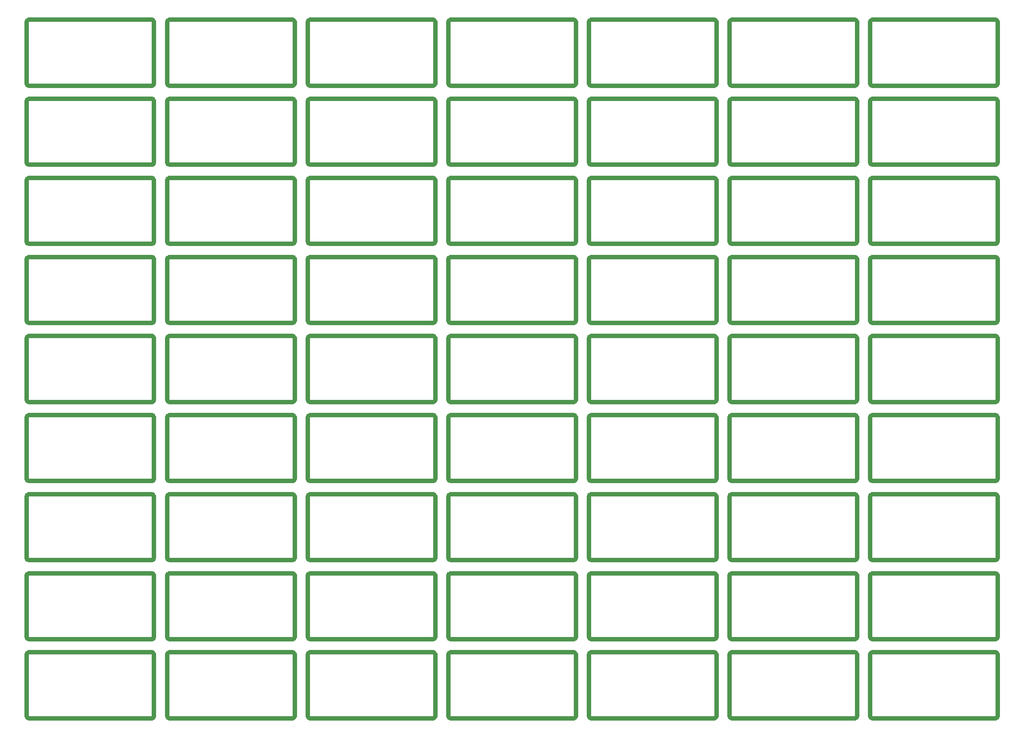
<source format=gm1>
G04 Layer_Color=16711935*
%FSLAX44Y44*%
%MOMM*%
G71*
G01*
G75*
%ADD19C,1.0000*%
D19*
X118190Y252730D02*
G03*
X123190Y247730I5000J0D01*
G01*
X118190Y252730D02*
G03*
X123190Y247730I5000J0D01*
G01*
Y398700D02*
G03*
X118190Y393700I0J-5000D01*
G01*
X123190Y398700D02*
G03*
X118190Y393700I0J-5000D01*
G01*
X404970Y247730D02*
G03*
X409970Y252730I0J5000D01*
G01*
X404970Y247730D02*
G03*
X409970Y252730I0J5000D01*
G01*
Y393700D02*
G03*
X404970Y398700I-5000J0D01*
G01*
X409970Y393700D02*
G03*
X404970Y398700I-5000J0D01*
G01*
X118190Y252730D02*
Y393700D01*
X123190Y247730D02*
X404970Y247730D01*
X123190Y398700D02*
X404970Y398700D01*
X409970Y252730D02*
Y393700D01*
X439970Y252730D02*
G03*
X444970Y247730I5000J0D01*
G01*
X439970Y252730D02*
G03*
X444970Y247730I5000J0D01*
G01*
Y398700D02*
G03*
X439970Y393700I0J-5000D01*
G01*
X444970Y398700D02*
G03*
X439970Y393700I0J-5000D01*
G01*
X726750Y247730D02*
G03*
X731750Y252730I0J5000D01*
G01*
X726750Y247730D02*
G03*
X731750Y252730I0J5000D01*
G01*
Y393700D02*
G03*
X726750Y398700I-5000J0D01*
G01*
X731750Y393700D02*
G03*
X726750Y398700I-5000J0D01*
G01*
X439970Y252730D02*
Y393700D01*
X444970Y247730D02*
X726750Y247730D01*
X444970Y398700D02*
X726750Y398700D01*
X731750Y252730D02*
Y393700D01*
X761750Y252730D02*
G03*
X766750Y247730I5000J0D01*
G01*
X761750Y252730D02*
G03*
X766750Y247730I5000J0D01*
G01*
Y398700D02*
G03*
X761750Y393700I0J-5000D01*
G01*
X766750Y398700D02*
G03*
X761750Y393700I0J-5000D01*
G01*
X1048530Y247730D02*
G03*
X1053530Y252730I0J5000D01*
G01*
X1048530Y247730D02*
G03*
X1053530Y252730I0J5000D01*
G01*
Y393700D02*
G03*
X1048530Y398700I-5000J0D01*
G01*
X1053530Y393700D02*
G03*
X1048530Y398700I-5000J0D01*
G01*
X761750Y252730D02*
Y393700D01*
X766750Y247730D02*
X1048530Y247730D01*
X766750Y398700D02*
X1048530Y398700D01*
X1053530Y252730D02*
Y393700D01*
X1083530Y252730D02*
G03*
X1088530Y247730I5000J0D01*
G01*
X1083530Y252730D02*
G03*
X1088530Y247730I5000J0D01*
G01*
Y398700D02*
G03*
X1083530Y393700I0J-5000D01*
G01*
X1088530Y398700D02*
G03*
X1083530Y393700I0J-5000D01*
G01*
X1370310Y247730D02*
G03*
X1375310Y252730I0J5000D01*
G01*
X1370310Y247730D02*
G03*
X1375310Y252730I0J5000D01*
G01*
Y393700D02*
G03*
X1370310Y398700I-5000J0D01*
G01*
X1375310Y393700D02*
G03*
X1370310Y398700I-5000J0D01*
G01*
X1083530Y252730D02*
Y393700D01*
X1088530Y247730D02*
X1370310Y247730D01*
X1088530Y398700D02*
X1370310Y398700D01*
X1375310Y252730D02*
Y393700D01*
X1405310Y252730D02*
G03*
X1410310Y247730I5000J0D01*
G01*
X1405310Y252730D02*
G03*
X1410310Y247730I5000J0D01*
G01*
Y398700D02*
G03*
X1405310Y393700I0J-5000D01*
G01*
X1410310Y398700D02*
G03*
X1405310Y393700I0J-5000D01*
G01*
X1692090Y247730D02*
G03*
X1697090Y252730I0J5000D01*
G01*
X1692090Y247730D02*
G03*
X1697090Y252730I0J5000D01*
G01*
Y393700D02*
G03*
X1692090Y398700I-5000J0D01*
G01*
X1697090Y393700D02*
G03*
X1692090Y398700I-5000J0D01*
G01*
X1405310Y252730D02*
Y393700D01*
X1410310Y247730D02*
X1692090Y247730D01*
X1410310Y398700D02*
X1692090Y398700D01*
X1697090Y252730D02*
Y393700D01*
X1727090Y252730D02*
G03*
X1732090Y247730I5000J0D01*
G01*
X1727090Y252730D02*
G03*
X1732090Y247730I5000J0D01*
G01*
Y398700D02*
G03*
X1727090Y393700I0J-5000D01*
G01*
X1732090Y398700D02*
G03*
X1727090Y393700I0J-5000D01*
G01*
X2013870Y247730D02*
G03*
X2018870Y252730I0J5000D01*
G01*
X2013870Y247730D02*
G03*
X2018870Y252730I0J5000D01*
G01*
Y393700D02*
G03*
X2013870Y398700I-5000J0D01*
G01*
X2018870Y393700D02*
G03*
X2013870Y398700I-5000J0D01*
G01*
X1727090Y252730D02*
Y393700D01*
X1732090Y247730D02*
X2013870Y247730D01*
X1732090Y398700D02*
X2013870Y398700D01*
X2018870Y252730D02*
Y393700D01*
X2048870Y252730D02*
G03*
X2053870Y247730I5000J0D01*
G01*
X2048870Y252730D02*
G03*
X2053870Y247730I5000J0D01*
G01*
Y398700D02*
G03*
X2048870Y393700I0J-5000D01*
G01*
X2053870Y398700D02*
G03*
X2048870Y393700I0J-5000D01*
G01*
X2335650Y247730D02*
G03*
X2340650Y252730I0J5000D01*
G01*
X2335650Y247730D02*
G03*
X2340650Y252730I0J5000D01*
G01*
Y393700D02*
G03*
X2335650Y398700I-5000J0D01*
G01*
X2340650Y393700D02*
G03*
X2335650Y398700I-5000J0D01*
G01*
X2048870Y252730D02*
Y393700D01*
X2053870Y247730D02*
X2335650Y247730D01*
X2053870Y398700D02*
X2335650Y398700D01*
X2340650Y252730D02*
Y393700D01*
X118190Y433700D02*
G03*
X123190Y428700I5000J0D01*
G01*
X118190Y433700D02*
G03*
X123190Y428700I5000J0D01*
G01*
Y579670D02*
G03*
X118190Y574670I0J-5000D01*
G01*
X123190Y579670D02*
G03*
X118190Y574670I0J-5000D01*
G01*
X404970Y428700D02*
G03*
X409970Y433700I0J5000D01*
G01*
X404970Y428700D02*
G03*
X409970Y433700I0J5000D01*
G01*
Y574670D02*
G03*
X404970Y579670I-5000J0D01*
G01*
X409970Y574670D02*
G03*
X404970Y579670I-5000J0D01*
G01*
X118190Y433700D02*
Y574670D01*
X123190Y428700D02*
X404970Y428700D01*
X123190Y579670D02*
X404970Y579670D01*
X409970Y433700D02*
Y574670D01*
X439970Y433700D02*
G03*
X444970Y428700I5000J0D01*
G01*
X439970Y433700D02*
G03*
X444970Y428700I5000J0D01*
G01*
Y579670D02*
G03*
X439970Y574670I0J-5000D01*
G01*
X444970Y579670D02*
G03*
X439970Y574670I0J-5000D01*
G01*
X726750Y428700D02*
G03*
X731750Y433700I0J5000D01*
G01*
X726750Y428700D02*
G03*
X731750Y433700I0J5000D01*
G01*
Y574670D02*
G03*
X726750Y579670I-5000J0D01*
G01*
X731750Y574670D02*
G03*
X726750Y579670I-5000J0D01*
G01*
X439970Y433700D02*
Y574670D01*
X444970Y428700D02*
X726750Y428700D01*
X444970Y579670D02*
X726750Y579670D01*
X731750Y433700D02*
Y574670D01*
X761750Y433700D02*
G03*
X766750Y428700I5000J0D01*
G01*
X761750Y433700D02*
G03*
X766750Y428700I5000J0D01*
G01*
Y579670D02*
G03*
X761750Y574670I0J-5000D01*
G01*
X766750Y579670D02*
G03*
X761750Y574670I0J-5000D01*
G01*
X1048530Y428700D02*
G03*
X1053530Y433700I0J5000D01*
G01*
X1048530Y428700D02*
G03*
X1053530Y433700I0J5000D01*
G01*
Y574670D02*
G03*
X1048530Y579670I-5000J0D01*
G01*
X1053530Y574670D02*
G03*
X1048530Y579670I-5000J0D01*
G01*
X761750Y433700D02*
Y574670D01*
X766750Y428700D02*
X1048530Y428700D01*
X766750Y579670D02*
X1048530Y579670D01*
X1053530Y433700D02*
Y574670D01*
X1083530Y433700D02*
G03*
X1088530Y428700I5000J0D01*
G01*
X1083530Y433700D02*
G03*
X1088530Y428700I5000J0D01*
G01*
Y579670D02*
G03*
X1083530Y574670I0J-5000D01*
G01*
X1088530Y579670D02*
G03*
X1083530Y574670I0J-5000D01*
G01*
X1370310Y428700D02*
G03*
X1375310Y433700I0J5000D01*
G01*
X1370310Y428700D02*
G03*
X1375310Y433700I0J5000D01*
G01*
Y574670D02*
G03*
X1370310Y579670I-5000J0D01*
G01*
X1375310Y574670D02*
G03*
X1370310Y579670I-5000J0D01*
G01*
X1083530Y433700D02*
Y574670D01*
X1088530Y428700D02*
X1370310Y428700D01*
X1088530Y579670D02*
X1370310Y579670D01*
X1375310Y433700D02*
Y574670D01*
X1405310Y433700D02*
G03*
X1410310Y428700I5000J0D01*
G01*
X1405310Y433700D02*
G03*
X1410310Y428700I5000J0D01*
G01*
Y579670D02*
G03*
X1405310Y574670I0J-5000D01*
G01*
X1410310Y579670D02*
G03*
X1405310Y574670I0J-5000D01*
G01*
X1692090Y428700D02*
G03*
X1697090Y433700I0J5000D01*
G01*
X1692090Y428700D02*
G03*
X1697090Y433700I0J5000D01*
G01*
Y574670D02*
G03*
X1692090Y579670I-5000J0D01*
G01*
X1697090Y574670D02*
G03*
X1692090Y579670I-5000J0D01*
G01*
X1405310Y433700D02*
Y574670D01*
X1410310Y428700D02*
X1692090Y428700D01*
X1410310Y579670D02*
X1692090Y579670D01*
X1697090Y433700D02*
Y574670D01*
X1727090Y433700D02*
G03*
X1732090Y428700I5000J0D01*
G01*
X1727090Y433700D02*
G03*
X1732090Y428700I5000J0D01*
G01*
Y579670D02*
G03*
X1727090Y574670I0J-5000D01*
G01*
X1732090Y579670D02*
G03*
X1727090Y574670I0J-5000D01*
G01*
X2013870Y428700D02*
G03*
X2018870Y433700I0J5000D01*
G01*
X2013870Y428700D02*
G03*
X2018870Y433700I0J5000D01*
G01*
Y574670D02*
G03*
X2013870Y579670I-5000J0D01*
G01*
X2018870Y574670D02*
G03*
X2013870Y579670I-5000J0D01*
G01*
X1727090Y433700D02*
Y574670D01*
X1732090Y428700D02*
X2013870Y428700D01*
X1732090Y579670D02*
X2013870Y579670D01*
X2018870Y433700D02*
Y574670D01*
X2048870Y433700D02*
G03*
X2053870Y428700I5000J0D01*
G01*
X2048870Y433700D02*
G03*
X2053870Y428700I5000J0D01*
G01*
Y579670D02*
G03*
X2048870Y574670I0J-5000D01*
G01*
X2053870Y579670D02*
G03*
X2048870Y574670I0J-5000D01*
G01*
X2335650Y428700D02*
G03*
X2340650Y433700I0J5000D01*
G01*
X2335650Y428700D02*
G03*
X2340650Y433700I0J5000D01*
G01*
Y574670D02*
G03*
X2335650Y579670I-5000J0D01*
G01*
X2340650Y574670D02*
G03*
X2335650Y579670I-5000J0D01*
G01*
X2048870Y433700D02*
Y574670D01*
X2053870Y428700D02*
X2335650Y428700D01*
X2053870Y579670D02*
X2335650Y579670D01*
X2340650Y433700D02*
Y574670D01*
X118190Y614670D02*
G03*
X123190Y609670I5000J0D01*
G01*
X118190Y614670D02*
G03*
X123190Y609670I5000J0D01*
G01*
Y760640D02*
G03*
X118190Y755640I0J-5000D01*
G01*
X123190Y760640D02*
G03*
X118190Y755640I0J-5000D01*
G01*
X404970Y609670D02*
G03*
X409970Y614670I0J5000D01*
G01*
X404970Y609670D02*
G03*
X409970Y614670I0J5000D01*
G01*
Y755640D02*
G03*
X404970Y760640I-5000J0D01*
G01*
X409970Y755640D02*
G03*
X404970Y760640I-5000J0D01*
G01*
X118190Y614670D02*
Y755640D01*
X123190Y609670D02*
X404970Y609670D01*
X123190Y760640D02*
X404970Y760640D01*
X409970Y614670D02*
Y755640D01*
X439970Y614670D02*
G03*
X444970Y609670I5000J0D01*
G01*
X439970Y614670D02*
G03*
X444970Y609670I5000J0D01*
G01*
Y760640D02*
G03*
X439970Y755640I0J-5000D01*
G01*
X444970Y760640D02*
G03*
X439970Y755640I0J-5000D01*
G01*
X726750Y609670D02*
G03*
X731750Y614670I0J5000D01*
G01*
X726750Y609670D02*
G03*
X731750Y614670I0J5000D01*
G01*
Y755640D02*
G03*
X726750Y760640I-5000J0D01*
G01*
X731750Y755640D02*
G03*
X726750Y760640I-5000J0D01*
G01*
X439970Y614670D02*
Y755640D01*
X444970Y609670D02*
X726750Y609670D01*
X444970Y760640D02*
X726750Y760640D01*
X731750Y614670D02*
Y755640D01*
X761750Y614670D02*
G03*
X766750Y609670I5000J0D01*
G01*
X761750Y614670D02*
G03*
X766750Y609670I5000J0D01*
G01*
Y760640D02*
G03*
X761750Y755640I0J-5000D01*
G01*
X766750Y760640D02*
G03*
X761750Y755640I0J-5000D01*
G01*
X1048530Y609670D02*
G03*
X1053530Y614670I0J5000D01*
G01*
X1048530Y609670D02*
G03*
X1053530Y614670I0J5000D01*
G01*
Y755640D02*
G03*
X1048530Y760640I-5000J0D01*
G01*
X1053530Y755640D02*
G03*
X1048530Y760640I-5000J0D01*
G01*
X761750Y614670D02*
Y755640D01*
X766750Y609670D02*
X1048530Y609670D01*
X766750Y760640D02*
X1048530Y760640D01*
X1053530Y614670D02*
Y755640D01*
X1083530Y614670D02*
G03*
X1088530Y609670I5000J0D01*
G01*
X1083530Y614670D02*
G03*
X1088530Y609670I5000J0D01*
G01*
Y760640D02*
G03*
X1083530Y755640I0J-5000D01*
G01*
X1088530Y760640D02*
G03*
X1083530Y755640I0J-5000D01*
G01*
X1370310Y609670D02*
G03*
X1375310Y614670I0J5000D01*
G01*
X1370310Y609670D02*
G03*
X1375310Y614670I0J5000D01*
G01*
Y755640D02*
G03*
X1370310Y760640I-5000J0D01*
G01*
X1375310Y755640D02*
G03*
X1370310Y760640I-5000J0D01*
G01*
X1083530Y614670D02*
Y755640D01*
X1088530Y609670D02*
X1370310Y609670D01*
X1088530Y760640D02*
X1370310Y760640D01*
X1375310Y614670D02*
Y755640D01*
X1405310Y614670D02*
G03*
X1410310Y609670I5000J0D01*
G01*
X1405310Y614670D02*
G03*
X1410310Y609670I5000J0D01*
G01*
Y760640D02*
G03*
X1405310Y755640I0J-5000D01*
G01*
X1410310Y760640D02*
G03*
X1405310Y755640I0J-5000D01*
G01*
X1692090Y609670D02*
G03*
X1697090Y614670I0J5000D01*
G01*
X1692090Y609670D02*
G03*
X1697090Y614670I0J5000D01*
G01*
Y755640D02*
G03*
X1692090Y760640I-5000J0D01*
G01*
X1697090Y755640D02*
G03*
X1692090Y760640I-5000J0D01*
G01*
X1405310Y614670D02*
Y755640D01*
X1410310Y609670D02*
X1692090Y609670D01*
X1410310Y760640D02*
X1692090Y760640D01*
X1697090Y614670D02*
Y755640D01*
X1727090Y614670D02*
G03*
X1732090Y609670I5000J0D01*
G01*
X1727090Y614670D02*
G03*
X1732090Y609670I5000J0D01*
G01*
Y760640D02*
G03*
X1727090Y755640I0J-5000D01*
G01*
X1732090Y760640D02*
G03*
X1727090Y755640I0J-5000D01*
G01*
X2013870Y609670D02*
G03*
X2018870Y614670I0J5000D01*
G01*
X2013870Y609670D02*
G03*
X2018870Y614670I0J5000D01*
G01*
Y755640D02*
G03*
X2013870Y760640I-5000J0D01*
G01*
X2018870Y755640D02*
G03*
X2013870Y760640I-5000J0D01*
G01*
X1727090Y614670D02*
Y755640D01*
X1732090Y609670D02*
X2013870Y609670D01*
X1732090Y760640D02*
X2013870Y760640D01*
X2018870Y614670D02*
Y755640D01*
X2048870Y614670D02*
G03*
X2053870Y609670I5000J0D01*
G01*
X2048870Y614670D02*
G03*
X2053870Y609670I5000J0D01*
G01*
Y760640D02*
G03*
X2048870Y755640I0J-5000D01*
G01*
X2053870Y760640D02*
G03*
X2048870Y755640I0J-5000D01*
G01*
X2335650Y609670D02*
G03*
X2340650Y614670I0J5000D01*
G01*
X2335650Y609670D02*
G03*
X2340650Y614670I0J5000D01*
G01*
Y755640D02*
G03*
X2335650Y760640I-5000J0D01*
G01*
X2340650Y755640D02*
G03*
X2335650Y760640I-5000J0D01*
G01*
X2048870Y614670D02*
Y755640D01*
X2053870Y609670D02*
X2335650Y609670D01*
X2053870Y760640D02*
X2335650Y760640D01*
X2340650Y614670D02*
Y755640D01*
X118190Y795640D02*
G03*
X123190Y790640I5000J0D01*
G01*
X118190Y795640D02*
G03*
X123190Y790640I5000J0D01*
G01*
Y941610D02*
G03*
X118190Y936610I0J-5000D01*
G01*
X123190Y941610D02*
G03*
X118190Y936610I0J-5000D01*
G01*
X404970Y790640D02*
G03*
X409970Y795640I0J5000D01*
G01*
X404970Y790640D02*
G03*
X409970Y795640I0J5000D01*
G01*
Y936610D02*
G03*
X404970Y941610I-5000J0D01*
G01*
X409970Y936610D02*
G03*
X404970Y941610I-5000J0D01*
G01*
X118190Y795640D02*
Y936610D01*
X123190Y790640D02*
X404970Y790640D01*
X123190Y941610D02*
X404970Y941610D01*
X409970Y795640D02*
Y936610D01*
X439970Y795640D02*
G03*
X444970Y790640I5000J0D01*
G01*
X439970Y795640D02*
G03*
X444970Y790640I5000J0D01*
G01*
Y941610D02*
G03*
X439970Y936610I0J-5000D01*
G01*
X444970Y941610D02*
G03*
X439970Y936610I0J-5000D01*
G01*
X726750Y790640D02*
G03*
X731750Y795640I0J5000D01*
G01*
X726750Y790640D02*
G03*
X731750Y795640I0J5000D01*
G01*
Y936610D02*
G03*
X726750Y941610I-5000J0D01*
G01*
X731750Y936610D02*
G03*
X726750Y941610I-5000J0D01*
G01*
X439970Y795640D02*
Y936610D01*
X444970Y790640D02*
X726750Y790640D01*
X444970Y941610D02*
X726750Y941610D01*
X731750Y795640D02*
Y936610D01*
X761750Y795640D02*
G03*
X766750Y790640I5000J0D01*
G01*
X761750Y795640D02*
G03*
X766750Y790640I5000J0D01*
G01*
Y941610D02*
G03*
X761750Y936610I0J-5000D01*
G01*
X766750Y941610D02*
G03*
X761750Y936610I0J-5000D01*
G01*
X1048530Y790640D02*
G03*
X1053530Y795640I0J5000D01*
G01*
X1048530Y790640D02*
G03*
X1053530Y795640I0J5000D01*
G01*
Y936610D02*
G03*
X1048530Y941610I-5000J0D01*
G01*
X1053530Y936610D02*
G03*
X1048530Y941610I-5000J0D01*
G01*
X761750Y795640D02*
Y936610D01*
X766750Y790640D02*
X1048530Y790640D01*
X766750Y941610D02*
X1048530Y941610D01*
X1053530Y795640D02*
Y936610D01*
X1083530Y795640D02*
G03*
X1088530Y790640I5000J0D01*
G01*
X1083530Y795640D02*
G03*
X1088530Y790640I5000J0D01*
G01*
Y941610D02*
G03*
X1083530Y936610I0J-5000D01*
G01*
X1088530Y941610D02*
G03*
X1083530Y936610I0J-5000D01*
G01*
X1370310Y790640D02*
G03*
X1375310Y795640I0J5000D01*
G01*
X1370310Y790640D02*
G03*
X1375310Y795640I0J5000D01*
G01*
Y936610D02*
G03*
X1370310Y941610I-5000J0D01*
G01*
X1375310Y936610D02*
G03*
X1370310Y941610I-5000J0D01*
G01*
X1083530Y795640D02*
Y936610D01*
X1088530Y790640D02*
X1370310Y790640D01*
X1088530Y941610D02*
X1370310Y941610D01*
X1375310Y795640D02*
Y936610D01*
X1405310Y795640D02*
G03*
X1410310Y790640I5000J0D01*
G01*
X1405310Y795640D02*
G03*
X1410310Y790640I5000J0D01*
G01*
Y941610D02*
G03*
X1405310Y936610I0J-5000D01*
G01*
X1410310Y941610D02*
G03*
X1405310Y936610I0J-5000D01*
G01*
X1692090Y790640D02*
G03*
X1697090Y795640I0J5000D01*
G01*
X1692090Y790640D02*
G03*
X1697090Y795640I0J5000D01*
G01*
Y936610D02*
G03*
X1692090Y941610I-5000J0D01*
G01*
X1697090Y936610D02*
G03*
X1692090Y941610I-5000J0D01*
G01*
X1405310Y795640D02*
Y936610D01*
X1410310Y790640D02*
X1692090Y790640D01*
X1410310Y941610D02*
X1692090Y941610D01*
X1697090Y795640D02*
Y936610D01*
X1727090Y795640D02*
G03*
X1732090Y790640I5000J0D01*
G01*
X1727090Y795640D02*
G03*
X1732090Y790640I5000J0D01*
G01*
Y941610D02*
G03*
X1727090Y936610I0J-5000D01*
G01*
X1732090Y941610D02*
G03*
X1727090Y936610I0J-5000D01*
G01*
X2013870Y790640D02*
G03*
X2018870Y795640I0J5000D01*
G01*
X2013870Y790640D02*
G03*
X2018870Y795640I0J5000D01*
G01*
Y936610D02*
G03*
X2013870Y941610I-5000J0D01*
G01*
X2018870Y936610D02*
G03*
X2013870Y941610I-5000J0D01*
G01*
X1727090Y795640D02*
Y936610D01*
X1732090Y790640D02*
X2013870Y790640D01*
X1732090Y941610D02*
X2013870Y941610D01*
X2018870Y795640D02*
Y936610D01*
X2048870Y795640D02*
G03*
X2053870Y790640I5000J0D01*
G01*
X2048870Y795640D02*
G03*
X2053870Y790640I5000J0D01*
G01*
Y941610D02*
G03*
X2048870Y936610I0J-5000D01*
G01*
X2053870Y941610D02*
G03*
X2048870Y936610I0J-5000D01*
G01*
X2335650Y790640D02*
G03*
X2340650Y795640I0J5000D01*
G01*
X2335650Y790640D02*
G03*
X2340650Y795640I0J5000D01*
G01*
Y936610D02*
G03*
X2335650Y941610I-5000J0D01*
G01*
X2340650Y936610D02*
G03*
X2335650Y941610I-5000J0D01*
G01*
X2048870Y795640D02*
Y936610D01*
X2053870Y790640D02*
X2335650Y790640D01*
X2053870Y941610D02*
X2335650Y941610D01*
X2340650Y795640D02*
Y936610D01*
X118190Y976610D02*
G03*
X123190Y971610I5000J0D01*
G01*
X118190Y976610D02*
G03*
X123190Y971610I5000J0D01*
G01*
Y1122580D02*
G03*
X118190Y1117580I0J-5000D01*
G01*
X123190Y1122580D02*
G03*
X118190Y1117580I0J-5000D01*
G01*
X404970Y971610D02*
G03*
X409970Y976610I0J5000D01*
G01*
X404970Y971610D02*
G03*
X409970Y976610I0J5000D01*
G01*
Y1117580D02*
G03*
X404970Y1122580I-5000J0D01*
G01*
X409970Y1117580D02*
G03*
X404970Y1122580I-5000J0D01*
G01*
X118190Y976610D02*
Y1117580D01*
X123190Y971610D02*
X404970Y971610D01*
X123190Y1122580D02*
X404970Y1122580D01*
X409970Y976610D02*
Y1117580D01*
X439970Y976610D02*
G03*
X444970Y971610I5000J0D01*
G01*
X439970Y976610D02*
G03*
X444970Y971610I5000J0D01*
G01*
Y1122580D02*
G03*
X439970Y1117580I0J-5000D01*
G01*
X444970Y1122580D02*
G03*
X439970Y1117580I0J-5000D01*
G01*
X726750Y971610D02*
G03*
X731750Y976610I0J5000D01*
G01*
X726750Y971610D02*
G03*
X731750Y976610I0J5000D01*
G01*
Y1117580D02*
G03*
X726750Y1122580I-5000J0D01*
G01*
X731750Y1117580D02*
G03*
X726750Y1122580I-5000J0D01*
G01*
X439970Y976610D02*
Y1117580D01*
X444970Y971610D02*
X726750Y971610D01*
X444970Y1122580D02*
X726750Y1122580D01*
X731750Y976610D02*
Y1117580D01*
X761750Y976610D02*
G03*
X766750Y971610I5000J0D01*
G01*
X761750Y976610D02*
G03*
X766750Y971610I5000J0D01*
G01*
Y1122580D02*
G03*
X761750Y1117580I0J-5000D01*
G01*
X766750Y1122580D02*
G03*
X761750Y1117580I0J-5000D01*
G01*
X1048530Y971610D02*
G03*
X1053530Y976610I0J5000D01*
G01*
X1048530Y971610D02*
G03*
X1053530Y976610I0J5000D01*
G01*
Y1117580D02*
G03*
X1048530Y1122580I-5000J0D01*
G01*
X1053530Y1117580D02*
G03*
X1048530Y1122580I-5000J0D01*
G01*
X761750Y976610D02*
Y1117580D01*
X766750Y971610D02*
X1048530Y971610D01*
X766750Y1122580D02*
X1048530Y1122580D01*
X1053530Y976610D02*
Y1117580D01*
X1083530Y976610D02*
G03*
X1088530Y971610I5000J0D01*
G01*
X1083530Y976610D02*
G03*
X1088530Y971610I5000J0D01*
G01*
Y1122580D02*
G03*
X1083530Y1117580I0J-5000D01*
G01*
X1088530Y1122580D02*
G03*
X1083530Y1117580I0J-5000D01*
G01*
X1370310Y971610D02*
G03*
X1375310Y976610I0J5000D01*
G01*
X1370310Y971610D02*
G03*
X1375310Y976610I0J5000D01*
G01*
Y1117580D02*
G03*
X1370310Y1122580I-5000J0D01*
G01*
X1375310Y1117580D02*
G03*
X1370310Y1122580I-5000J0D01*
G01*
X1083530Y976610D02*
Y1117580D01*
X1088530Y971610D02*
X1370310Y971610D01*
X1088530Y1122580D02*
X1370310Y1122580D01*
X1375310Y976610D02*
Y1117580D01*
X1405310Y976610D02*
G03*
X1410310Y971610I5000J0D01*
G01*
X1405310Y976610D02*
G03*
X1410310Y971610I5000J0D01*
G01*
Y1122580D02*
G03*
X1405310Y1117580I0J-5000D01*
G01*
X1410310Y1122580D02*
G03*
X1405310Y1117580I0J-5000D01*
G01*
X1692090Y971610D02*
G03*
X1697090Y976610I0J5000D01*
G01*
X1692090Y971610D02*
G03*
X1697090Y976610I0J5000D01*
G01*
Y1117580D02*
G03*
X1692090Y1122580I-5000J0D01*
G01*
X1697090Y1117580D02*
G03*
X1692090Y1122580I-5000J0D01*
G01*
X1405310Y976610D02*
Y1117580D01*
X1410310Y971610D02*
X1692090Y971610D01*
X1410310Y1122580D02*
X1692090Y1122580D01*
X1697090Y976610D02*
Y1117580D01*
X1727090Y976610D02*
G03*
X1732090Y971610I5000J0D01*
G01*
X1727090Y976610D02*
G03*
X1732090Y971610I5000J0D01*
G01*
Y1122580D02*
G03*
X1727090Y1117580I0J-5000D01*
G01*
X1732090Y1122580D02*
G03*
X1727090Y1117580I0J-5000D01*
G01*
X2013870Y971610D02*
G03*
X2018870Y976610I0J5000D01*
G01*
X2013870Y971610D02*
G03*
X2018870Y976610I0J5000D01*
G01*
Y1117580D02*
G03*
X2013870Y1122580I-5000J0D01*
G01*
X2018870Y1117580D02*
G03*
X2013870Y1122580I-5000J0D01*
G01*
X1727090Y976610D02*
Y1117580D01*
X1732090Y971610D02*
X2013870Y971610D01*
X1732090Y1122580D02*
X2013870Y1122580D01*
X2018870Y976610D02*
Y1117580D01*
X2048870Y976610D02*
G03*
X2053870Y971610I5000J0D01*
G01*
X2048870Y976610D02*
G03*
X2053870Y971610I5000J0D01*
G01*
Y1122580D02*
G03*
X2048870Y1117580I0J-5000D01*
G01*
X2053870Y1122580D02*
G03*
X2048870Y1117580I0J-5000D01*
G01*
X2335650Y971610D02*
G03*
X2340650Y976610I0J5000D01*
G01*
X2335650Y971610D02*
G03*
X2340650Y976610I0J5000D01*
G01*
Y1117580D02*
G03*
X2335650Y1122580I-5000J0D01*
G01*
X2340650Y1117580D02*
G03*
X2335650Y1122580I-5000J0D01*
G01*
X2048870Y976610D02*
Y1117580D01*
X2053870Y971610D02*
X2335650Y971610D01*
X2053870Y1122580D02*
X2335650Y1122580D01*
X2340650Y976610D02*
Y1117580D01*
X118190Y1157580D02*
G03*
X123190Y1152580I5000J0D01*
G01*
X118190Y1157580D02*
G03*
X123190Y1152580I5000J0D01*
G01*
Y1303550D02*
G03*
X118190Y1298550I0J-5000D01*
G01*
X123190Y1303550D02*
G03*
X118190Y1298550I0J-5000D01*
G01*
X404970Y1152580D02*
G03*
X409970Y1157580I0J5000D01*
G01*
X404970Y1152580D02*
G03*
X409970Y1157580I0J5000D01*
G01*
Y1298550D02*
G03*
X404970Y1303550I-5000J0D01*
G01*
X409970Y1298550D02*
G03*
X404970Y1303550I-5000J0D01*
G01*
X118190Y1157580D02*
Y1298550D01*
X123190Y1152580D02*
X404970Y1152580D01*
X123190Y1303550D02*
X404970Y1303550D01*
X409970Y1157580D02*
Y1298550D01*
X439970Y1157580D02*
G03*
X444970Y1152580I5000J0D01*
G01*
X439970Y1157580D02*
G03*
X444970Y1152580I5000J0D01*
G01*
Y1303550D02*
G03*
X439970Y1298550I0J-5000D01*
G01*
X444970Y1303550D02*
G03*
X439970Y1298550I0J-5000D01*
G01*
X726750Y1152580D02*
G03*
X731750Y1157580I0J5000D01*
G01*
X726750Y1152580D02*
G03*
X731750Y1157580I0J5000D01*
G01*
Y1298550D02*
G03*
X726750Y1303550I-5000J0D01*
G01*
X731750Y1298550D02*
G03*
X726750Y1303550I-5000J0D01*
G01*
X439970Y1157580D02*
Y1298550D01*
X444970Y1152580D02*
X726750Y1152580D01*
X444970Y1303550D02*
X726750Y1303550D01*
X731750Y1157580D02*
Y1298550D01*
X761750Y1157580D02*
G03*
X766750Y1152580I5000J0D01*
G01*
X761750Y1157580D02*
G03*
X766750Y1152580I5000J0D01*
G01*
Y1303550D02*
G03*
X761750Y1298550I0J-5000D01*
G01*
X766750Y1303550D02*
G03*
X761750Y1298550I0J-5000D01*
G01*
X1048530Y1152580D02*
G03*
X1053530Y1157580I0J5000D01*
G01*
X1048530Y1152580D02*
G03*
X1053530Y1157580I0J5000D01*
G01*
Y1298550D02*
G03*
X1048530Y1303550I-5000J0D01*
G01*
X1053530Y1298550D02*
G03*
X1048530Y1303550I-5000J0D01*
G01*
X761750Y1157580D02*
Y1298550D01*
X766750Y1152580D02*
X1048530Y1152580D01*
X766750Y1303550D02*
X1048530Y1303550D01*
X1053530Y1157580D02*
Y1298550D01*
X1083530Y1157580D02*
G03*
X1088530Y1152580I5000J0D01*
G01*
X1083530Y1157580D02*
G03*
X1088530Y1152580I5000J0D01*
G01*
Y1303550D02*
G03*
X1083530Y1298550I0J-5000D01*
G01*
X1088530Y1303550D02*
G03*
X1083530Y1298550I0J-5000D01*
G01*
X1370310Y1152580D02*
G03*
X1375310Y1157580I0J5000D01*
G01*
X1370310Y1152580D02*
G03*
X1375310Y1157580I0J5000D01*
G01*
Y1298550D02*
G03*
X1370310Y1303550I-5000J0D01*
G01*
X1375310Y1298550D02*
G03*
X1370310Y1303550I-5000J0D01*
G01*
X1083530Y1157580D02*
Y1298550D01*
X1088530Y1152580D02*
X1370310Y1152580D01*
X1088530Y1303550D02*
X1370310Y1303550D01*
X1375310Y1157580D02*
Y1298550D01*
X1405310Y1157580D02*
G03*
X1410310Y1152580I5000J0D01*
G01*
X1405310Y1157580D02*
G03*
X1410310Y1152580I5000J0D01*
G01*
Y1303550D02*
G03*
X1405310Y1298550I0J-5000D01*
G01*
X1410310Y1303550D02*
G03*
X1405310Y1298550I0J-5000D01*
G01*
X1692090Y1152580D02*
G03*
X1697090Y1157580I0J5000D01*
G01*
X1692090Y1152580D02*
G03*
X1697090Y1157580I0J5000D01*
G01*
Y1298550D02*
G03*
X1692090Y1303550I-5000J0D01*
G01*
X1697090Y1298550D02*
G03*
X1692090Y1303550I-5000J0D01*
G01*
X1405310Y1157580D02*
Y1298550D01*
X1410310Y1152580D02*
X1692090Y1152580D01*
X1410310Y1303550D02*
X1692090Y1303550D01*
X1697090Y1157580D02*
Y1298550D01*
X1727090Y1157580D02*
G03*
X1732090Y1152580I5000J0D01*
G01*
X1727090Y1157580D02*
G03*
X1732090Y1152580I5000J0D01*
G01*
Y1303550D02*
G03*
X1727090Y1298550I0J-5000D01*
G01*
X1732090Y1303550D02*
G03*
X1727090Y1298550I0J-5000D01*
G01*
X2013870Y1152580D02*
G03*
X2018870Y1157580I0J5000D01*
G01*
X2013870Y1152580D02*
G03*
X2018870Y1157580I0J5000D01*
G01*
Y1298550D02*
G03*
X2013870Y1303550I-5000J0D01*
G01*
X2018870Y1298550D02*
G03*
X2013870Y1303550I-5000J0D01*
G01*
X1727090Y1157580D02*
Y1298550D01*
X1732090Y1152580D02*
X2013870Y1152580D01*
X1732090Y1303550D02*
X2013870Y1303550D01*
X2018870Y1157580D02*
Y1298550D01*
X2048870Y1157580D02*
G03*
X2053870Y1152580I5000J0D01*
G01*
X2048870Y1157580D02*
G03*
X2053870Y1152580I5000J0D01*
G01*
Y1303550D02*
G03*
X2048870Y1298550I0J-5000D01*
G01*
X2053870Y1303550D02*
G03*
X2048870Y1298550I0J-5000D01*
G01*
X2335650Y1152580D02*
G03*
X2340650Y1157580I0J5000D01*
G01*
X2335650Y1152580D02*
G03*
X2340650Y1157580I0J5000D01*
G01*
Y1298550D02*
G03*
X2335650Y1303550I-5000J0D01*
G01*
X2340650Y1298550D02*
G03*
X2335650Y1303550I-5000J0D01*
G01*
X2048870Y1157580D02*
Y1298550D01*
X2053870Y1152580D02*
X2335650Y1152580D01*
X2053870Y1303550D02*
X2335650Y1303550D01*
X2340650Y1157580D02*
Y1298550D01*
X118190Y1338550D02*
G03*
X123190Y1333550I5000J0D01*
G01*
X118190Y1338550D02*
G03*
X123190Y1333550I5000J0D01*
G01*
Y1484520D02*
G03*
X118190Y1479520I0J-5000D01*
G01*
X123190Y1484520D02*
G03*
X118190Y1479520I0J-5000D01*
G01*
X404970Y1333550D02*
G03*
X409970Y1338550I0J5000D01*
G01*
X404970Y1333550D02*
G03*
X409970Y1338550I0J5000D01*
G01*
Y1479520D02*
G03*
X404970Y1484520I-5000J0D01*
G01*
X409970Y1479520D02*
G03*
X404970Y1484520I-5000J0D01*
G01*
X118190Y1338550D02*
Y1479520D01*
X123190Y1333550D02*
X404970Y1333550D01*
X123190Y1484520D02*
X404970Y1484520D01*
X409970Y1338550D02*
Y1479520D01*
X439970Y1338550D02*
G03*
X444970Y1333550I5000J0D01*
G01*
X439970Y1338550D02*
G03*
X444970Y1333550I5000J0D01*
G01*
Y1484520D02*
G03*
X439970Y1479520I0J-5000D01*
G01*
X444970Y1484520D02*
G03*
X439970Y1479520I0J-5000D01*
G01*
X726750Y1333550D02*
G03*
X731750Y1338550I0J5000D01*
G01*
X726750Y1333550D02*
G03*
X731750Y1338550I0J5000D01*
G01*
Y1479520D02*
G03*
X726750Y1484520I-5000J0D01*
G01*
X731750Y1479520D02*
G03*
X726750Y1484520I-5000J0D01*
G01*
X439970Y1338550D02*
Y1479520D01*
X444970Y1333550D02*
X726750Y1333550D01*
X444970Y1484520D02*
X726750Y1484520D01*
X731750Y1338550D02*
Y1479520D01*
X761750Y1338550D02*
G03*
X766750Y1333550I5000J0D01*
G01*
X761750Y1338550D02*
G03*
X766750Y1333550I5000J0D01*
G01*
Y1484520D02*
G03*
X761750Y1479520I0J-5000D01*
G01*
X766750Y1484520D02*
G03*
X761750Y1479520I0J-5000D01*
G01*
X1048530Y1333550D02*
G03*
X1053530Y1338550I0J5000D01*
G01*
X1048530Y1333550D02*
G03*
X1053530Y1338550I0J5000D01*
G01*
Y1479520D02*
G03*
X1048530Y1484520I-5000J0D01*
G01*
X1053530Y1479520D02*
G03*
X1048530Y1484520I-5000J0D01*
G01*
X761750Y1338550D02*
Y1479520D01*
X766750Y1333550D02*
X1048530Y1333550D01*
X766750Y1484520D02*
X1048530Y1484520D01*
X1053530Y1338550D02*
Y1479520D01*
X1083530Y1338550D02*
G03*
X1088530Y1333550I5000J0D01*
G01*
X1083530Y1338550D02*
G03*
X1088530Y1333550I5000J0D01*
G01*
Y1484520D02*
G03*
X1083530Y1479520I0J-5000D01*
G01*
X1088530Y1484520D02*
G03*
X1083530Y1479520I0J-5000D01*
G01*
X1370310Y1333550D02*
G03*
X1375310Y1338550I0J5000D01*
G01*
X1370310Y1333550D02*
G03*
X1375310Y1338550I0J5000D01*
G01*
Y1479520D02*
G03*
X1370310Y1484520I-5000J0D01*
G01*
X1375310Y1479520D02*
G03*
X1370310Y1484520I-5000J0D01*
G01*
X1083530Y1338550D02*
Y1479520D01*
X1088530Y1333550D02*
X1370310Y1333550D01*
X1088530Y1484520D02*
X1370310Y1484520D01*
X1375310Y1338550D02*
Y1479520D01*
X1405310Y1338550D02*
G03*
X1410310Y1333550I5000J0D01*
G01*
X1405310Y1338550D02*
G03*
X1410310Y1333550I5000J0D01*
G01*
Y1484520D02*
G03*
X1405310Y1479520I0J-5000D01*
G01*
X1410310Y1484520D02*
G03*
X1405310Y1479520I0J-5000D01*
G01*
X1692090Y1333550D02*
G03*
X1697090Y1338550I0J5000D01*
G01*
X1692090Y1333550D02*
G03*
X1697090Y1338550I0J5000D01*
G01*
Y1479520D02*
G03*
X1692090Y1484520I-5000J0D01*
G01*
X1697090Y1479520D02*
G03*
X1692090Y1484520I-5000J0D01*
G01*
X1405310Y1338550D02*
Y1479520D01*
X1410310Y1333550D02*
X1692090Y1333550D01*
X1410310Y1484520D02*
X1692090Y1484520D01*
X1697090Y1338550D02*
Y1479520D01*
X1727090Y1338550D02*
G03*
X1732090Y1333550I5000J0D01*
G01*
X1727090Y1338550D02*
G03*
X1732090Y1333550I5000J0D01*
G01*
Y1484520D02*
G03*
X1727090Y1479520I0J-5000D01*
G01*
X1732090Y1484520D02*
G03*
X1727090Y1479520I0J-5000D01*
G01*
X2013870Y1333550D02*
G03*
X2018870Y1338550I0J5000D01*
G01*
X2013870Y1333550D02*
G03*
X2018870Y1338550I0J5000D01*
G01*
Y1479520D02*
G03*
X2013870Y1484520I-5000J0D01*
G01*
X2018870Y1479520D02*
G03*
X2013870Y1484520I-5000J0D01*
G01*
X1727090Y1338550D02*
Y1479520D01*
X1732090Y1333550D02*
X2013870Y1333550D01*
X1732090Y1484520D02*
X2013870Y1484520D01*
X2018870Y1338550D02*
Y1479520D01*
X2048870Y1338550D02*
G03*
X2053870Y1333550I5000J0D01*
G01*
X2048870Y1338550D02*
G03*
X2053870Y1333550I5000J0D01*
G01*
Y1484520D02*
G03*
X2048870Y1479520I0J-5000D01*
G01*
X2053870Y1484520D02*
G03*
X2048870Y1479520I0J-5000D01*
G01*
X2335650Y1333550D02*
G03*
X2340650Y1338550I0J5000D01*
G01*
X2335650Y1333550D02*
G03*
X2340650Y1338550I0J5000D01*
G01*
Y1479520D02*
G03*
X2335650Y1484520I-5000J0D01*
G01*
X2340650Y1479520D02*
G03*
X2335650Y1484520I-5000J0D01*
G01*
X2048870Y1338550D02*
Y1479520D01*
X2053870Y1333550D02*
X2335650Y1333550D01*
X2053870Y1484520D02*
X2335650Y1484520D01*
X2340650Y1338550D02*
Y1479520D01*
X118190Y1519520D02*
G03*
X123190Y1514520I5000J0D01*
G01*
X118190Y1519520D02*
G03*
X123190Y1514520I5000J0D01*
G01*
Y1665490D02*
G03*
X118190Y1660490I0J-5000D01*
G01*
X123190Y1665490D02*
G03*
X118190Y1660490I0J-5000D01*
G01*
X404970Y1514520D02*
G03*
X409970Y1519520I0J5000D01*
G01*
X404970Y1514520D02*
G03*
X409970Y1519520I0J5000D01*
G01*
Y1660490D02*
G03*
X404970Y1665490I-5000J0D01*
G01*
X409970Y1660490D02*
G03*
X404970Y1665490I-5000J0D01*
G01*
X118190Y1519520D02*
Y1660490D01*
X123190Y1514520D02*
X404970Y1514520D01*
X123190Y1665490D02*
X404970Y1665490D01*
X409970Y1519520D02*
Y1660490D01*
X439970Y1519520D02*
G03*
X444970Y1514520I5000J0D01*
G01*
X439970Y1519520D02*
G03*
X444970Y1514520I5000J0D01*
G01*
Y1665490D02*
G03*
X439970Y1660490I0J-5000D01*
G01*
X444970Y1665490D02*
G03*
X439970Y1660490I0J-5000D01*
G01*
X726750Y1514520D02*
G03*
X731750Y1519520I0J5000D01*
G01*
X726750Y1514520D02*
G03*
X731750Y1519520I0J5000D01*
G01*
Y1660490D02*
G03*
X726750Y1665490I-5000J0D01*
G01*
X731750Y1660490D02*
G03*
X726750Y1665490I-5000J0D01*
G01*
X439970Y1519520D02*
Y1660490D01*
X444970Y1514520D02*
X726750Y1514520D01*
X444970Y1665490D02*
X726750Y1665490D01*
X731750Y1519520D02*
Y1660490D01*
X761750Y1519520D02*
G03*
X766750Y1514520I5000J0D01*
G01*
X761750Y1519520D02*
G03*
X766750Y1514520I5000J0D01*
G01*
Y1665490D02*
G03*
X761750Y1660490I0J-5000D01*
G01*
X766750Y1665490D02*
G03*
X761750Y1660490I0J-5000D01*
G01*
X1048530Y1514520D02*
G03*
X1053530Y1519520I0J5000D01*
G01*
X1048530Y1514520D02*
G03*
X1053530Y1519520I0J5000D01*
G01*
Y1660490D02*
G03*
X1048530Y1665490I-5000J0D01*
G01*
X1053530Y1660490D02*
G03*
X1048530Y1665490I-5000J0D01*
G01*
X761750Y1519520D02*
Y1660490D01*
X766750Y1514520D02*
X1048530Y1514520D01*
X766750Y1665490D02*
X1048530Y1665490D01*
X1053530Y1519520D02*
Y1660490D01*
X1083530Y1519520D02*
G03*
X1088530Y1514520I5000J0D01*
G01*
X1083530Y1519520D02*
G03*
X1088530Y1514520I5000J0D01*
G01*
Y1665490D02*
G03*
X1083530Y1660490I0J-5000D01*
G01*
X1088530Y1665490D02*
G03*
X1083530Y1660490I0J-5000D01*
G01*
X1370310Y1514520D02*
G03*
X1375310Y1519520I0J5000D01*
G01*
X1370310Y1514520D02*
G03*
X1375310Y1519520I0J5000D01*
G01*
Y1660490D02*
G03*
X1370310Y1665490I-5000J0D01*
G01*
X1375310Y1660490D02*
G03*
X1370310Y1665490I-5000J0D01*
G01*
X1083530Y1519520D02*
Y1660490D01*
X1088530Y1514520D02*
X1370310Y1514520D01*
X1088530Y1665490D02*
X1370310Y1665490D01*
X1375310Y1519520D02*
Y1660490D01*
X1405310Y1519520D02*
G03*
X1410310Y1514520I5000J0D01*
G01*
X1405310Y1519520D02*
G03*
X1410310Y1514520I5000J0D01*
G01*
Y1665490D02*
G03*
X1405310Y1660490I0J-5000D01*
G01*
X1410310Y1665490D02*
G03*
X1405310Y1660490I0J-5000D01*
G01*
X1692090Y1514520D02*
G03*
X1697090Y1519520I0J5000D01*
G01*
X1692090Y1514520D02*
G03*
X1697090Y1519520I0J5000D01*
G01*
Y1660490D02*
G03*
X1692090Y1665490I-5000J0D01*
G01*
X1697090Y1660490D02*
G03*
X1692090Y1665490I-5000J0D01*
G01*
X1405310Y1519520D02*
Y1660490D01*
X1410310Y1514520D02*
X1692090Y1514520D01*
X1410310Y1665490D02*
X1692090Y1665490D01*
X1697090Y1519520D02*
Y1660490D01*
X1727090Y1519520D02*
G03*
X1732090Y1514520I5000J0D01*
G01*
X1727090Y1519520D02*
G03*
X1732090Y1514520I5000J0D01*
G01*
Y1665490D02*
G03*
X1727090Y1660490I0J-5000D01*
G01*
X1732090Y1665490D02*
G03*
X1727090Y1660490I0J-5000D01*
G01*
X2013870Y1514520D02*
G03*
X2018870Y1519520I0J5000D01*
G01*
X2013870Y1514520D02*
G03*
X2018870Y1519520I0J5000D01*
G01*
Y1660490D02*
G03*
X2013870Y1665490I-5000J0D01*
G01*
X2018870Y1660490D02*
G03*
X2013870Y1665490I-5000J0D01*
G01*
X1727090Y1519520D02*
Y1660490D01*
X1732090Y1514520D02*
X2013870Y1514520D01*
X1732090Y1665490D02*
X2013870Y1665490D01*
X2018870Y1519520D02*
Y1660490D01*
X2048870Y1519520D02*
G03*
X2053870Y1514520I5000J0D01*
G01*
X2048870Y1519520D02*
G03*
X2053870Y1514520I5000J0D01*
G01*
Y1665490D02*
G03*
X2048870Y1660490I0J-5000D01*
G01*
X2053870Y1665490D02*
G03*
X2048870Y1660490I0J-5000D01*
G01*
X2335650Y1514520D02*
G03*
X2340650Y1519520I0J5000D01*
G01*
X2335650Y1514520D02*
G03*
X2340650Y1519520I0J5000D01*
G01*
Y1660490D02*
G03*
X2335650Y1665490I-5000J0D01*
G01*
X2340650Y1660490D02*
G03*
X2335650Y1665490I-5000J0D01*
G01*
X2048870Y1519520D02*
Y1660490D01*
X2053870Y1514520D02*
X2335650Y1514520D01*
X2053870Y1665490D02*
X2335650Y1665490D01*
X2340650Y1519520D02*
Y1660490D01*
X118190Y1700490D02*
G03*
X123190Y1695490I5000J0D01*
G01*
X118190Y1700490D02*
G03*
X123190Y1695490I5000J0D01*
G01*
Y1846460D02*
G03*
X118190Y1841460I0J-5000D01*
G01*
X123190Y1846460D02*
G03*
X118190Y1841460I0J-5000D01*
G01*
X404970Y1695490D02*
G03*
X409970Y1700490I0J5000D01*
G01*
X404970Y1695490D02*
G03*
X409970Y1700490I0J5000D01*
G01*
Y1841460D02*
G03*
X404970Y1846460I-5000J0D01*
G01*
X409970Y1841460D02*
G03*
X404970Y1846460I-5000J0D01*
G01*
X118190Y1700490D02*
Y1841460D01*
X123190Y1695490D02*
X404970Y1695490D01*
X123190Y1846460D02*
X404970Y1846460D01*
X409970Y1700490D02*
Y1841460D01*
X439970Y1700490D02*
G03*
X444970Y1695490I5000J0D01*
G01*
X439970Y1700490D02*
G03*
X444970Y1695490I5000J0D01*
G01*
Y1846460D02*
G03*
X439970Y1841460I0J-5000D01*
G01*
X444970Y1846460D02*
G03*
X439970Y1841460I0J-5000D01*
G01*
X726750Y1695490D02*
G03*
X731750Y1700490I0J5000D01*
G01*
X726750Y1695490D02*
G03*
X731750Y1700490I0J5000D01*
G01*
Y1841460D02*
G03*
X726750Y1846460I-5000J0D01*
G01*
X731750Y1841460D02*
G03*
X726750Y1846460I-5000J0D01*
G01*
X439970Y1700490D02*
Y1841460D01*
X444970Y1695490D02*
X726750Y1695490D01*
X444970Y1846460D02*
X726750Y1846460D01*
X731750Y1700490D02*
Y1841460D01*
X761750Y1700490D02*
G03*
X766750Y1695490I5000J0D01*
G01*
X761750Y1700490D02*
G03*
X766750Y1695490I5000J0D01*
G01*
Y1846460D02*
G03*
X761750Y1841460I0J-5000D01*
G01*
X766750Y1846460D02*
G03*
X761750Y1841460I0J-5000D01*
G01*
X1048530Y1695490D02*
G03*
X1053530Y1700490I0J5000D01*
G01*
X1048530Y1695490D02*
G03*
X1053530Y1700490I0J5000D01*
G01*
Y1841460D02*
G03*
X1048530Y1846460I-5000J0D01*
G01*
X1053530Y1841460D02*
G03*
X1048530Y1846460I-5000J0D01*
G01*
X761750Y1700490D02*
Y1841460D01*
X766750Y1695490D02*
X1048530Y1695490D01*
X766750Y1846460D02*
X1048530Y1846460D01*
X1053530Y1700490D02*
Y1841460D01*
X1083530Y1700490D02*
G03*
X1088530Y1695490I5000J0D01*
G01*
X1083530Y1700490D02*
G03*
X1088530Y1695490I5000J0D01*
G01*
Y1846460D02*
G03*
X1083530Y1841460I0J-5000D01*
G01*
X1088530Y1846460D02*
G03*
X1083530Y1841460I0J-5000D01*
G01*
X1370310Y1695490D02*
G03*
X1375310Y1700490I0J5000D01*
G01*
X1370310Y1695490D02*
G03*
X1375310Y1700490I0J5000D01*
G01*
Y1841460D02*
G03*
X1370310Y1846460I-5000J0D01*
G01*
X1375310Y1841460D02*
G03*
X1370310Y1846460I-5000J0D01*
G01*
X1083530Y1700490D02*
Y1841460D01*
X1088530Y1695490D02*
X1370310Y1695490D01*
X1088530Y1846460D02*
X1370310Y1846460D01*
X1375310Y1700490D02*
Y1841460D01*
X1405310Y1700490D02*
G03*
X1410310Y1695490I5000J0D01*
G01*
X1405310Y1700490D02*
G03*
X1410310Y1695490I5000J0D01*
G01*
Y1846460D02*
G03*
X1405310Y1841460I0J-5000D01*
G01*
X1410310Y1846460D02*
G03*
X1405310Y1841460I0J-5000D01*
G01*
X1692090Y1695490D02*
G03*
X1697090Y1700490I0J5000D01*
G01*
X1692090Y1695490D02*
G03*
X1697090Y1700490I0J5000D01*
G01*
Y1841460D02*
G03*
X1692090Y1846460I-5000J0D01*
G01*
X1697090Y1841460D02*
G03*
X1692090Y1846460I-5000J0D01*
G01*
X1405310Y1700490D02*
Y1841460D01*
X1410310Y1695490D02*
X1692090Y1695490D01*
X1410310Y1846460D02*
X1692090Y1846460D01*
X1697090Y1700490D02*
Y1841460D01*
X1727090Y1700490D02*
G03*
X1732090Y1695490I5000J0D01*
G01*
X1727090Y1700490D02*
G03*
X1732090Y1695490I5000J0D01*
G01*
Y1846460D02*
G03*
X1727090Y1841460I0J-5000D01*
G01*
X1732090Y1846460D02*
G03*
X1727090Y1841460I0J-5000D01*
G01*
X2013870Y1695490D02*
G03*
X2018870Y1700490I0J5000D01*
G01*
X2013870Y1695490D02*
G03*
X2018870Y1700490I0J5000D01*
G01*
Y1841460D02*
G03*
X2013870Y1846460I-5000J0D01*
G01*
X2018870Y1841460D02*
G03*
X2013870Y1846460I-5000J0D01*
G01*
X1727090Y1700490D02*
Y1841460D01*
X1732090Y1695490D02*
X2013870Y1695490D01*
X1732090Y1846460D02*
X2013870Y1846460D01*
X2018870Y1700490D02*
Y1841460D01*
X2048870Y1700490D02*
G03*
X2053870Y1695490I5000J0D01*
G01*
X2048870Y1700490D02*
G03*
X2053870Y1695490I5000J0D01*
G01*
Y1846460D02*
G03*
X2048870Y1841460I0J-5000D01*
G01*
X2053870Y1846460D02*
G03*
X2048870Y1841460I0J-5000D01*
G01*
X2335650Y1695490D02*
G03*
X2340650Y1700490I0J5000D01*
G01*
X2335650Y1695490D02*
G03*
X2340650Y1700490I0J5000D01*
G01*
Y1841460D02*
G03*
X2335650Y1846460I-5000J0D01*
G01*
X2340650Y1841460D02*
G03*
X2335650Y1846460I-5000J0D01*
G01*
X2048870Y1700490D02*
Y1841460D01*
X2053870Y1695490D02*
X2335650Y1695490D01*
X2053870Y1846460D02*
X2335650Y1846460D01*
X2340650Y1700490D02*
Y1841460D01*
M02*

</source>
